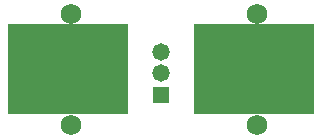
<source format=gts>
%FSLAX25Y25*%
%MOIN*%
G70*
G01*
G75*
G04 Layer_Color=8388736*
%ADD10C,0.06000*%
%ADD11C,0.01000*%
%ADD12C,0.05000*%
%ADD13R,0.05000X0.05000*%
%ADD14R,0.40000X0.30000*%
%ADD15C,0.06800*%
%ADD16C,0.05800*%
%ADD17R,0.05800X0.05800*%
D14*
X418000Y191500D02*
D03*
X356000D02*
D03*
D15*
X419000Y210000D02*
D03*
Y173000D02*
D03*
X357000D02*
D03*
Y210000D02*
D03*
D16*
X387000Y197173D02*
D03*
Y190087D02*
D03*
D17*
Y183000D02*
D03*
M02*

</source>
